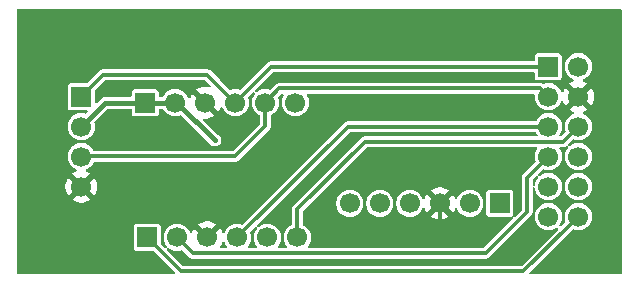
<source format=gbr>
%TF.GenerationSoftware,KiCad,Pcbnew,9.0.5*%
%TF.CreationDate,2025-11-06T16:03:36+09:00*%
%TF.ProjectId,________1,d6ecc3c9-dcfc-4c95-9f31-2e6b69636164,rev?*%
%TF.SameCoordinates,Original*%
%TF.FileFunction,Copper,L1,Top*%
%TF.FilePolarity,Positive*%
%FSLAX46Y46*%
G04 Gerber Fmt 4.6, Leading zero omitted, Abs format (unit mm)*
G04 Created by KiCad (PCBNEW 9.0.5) date 2025-11-06 16:03:36*
%MOMM*%
%LPD*%
G01*
G04 APERTURE LIST*
%TA.AperFunction,ComponentPad*%
%ADD10R,1.700000X1.700000*%
%TD*%
%TA.AperFunction,ComponentPad*%
%ADD11C,1.700000*%
%TD*%
%TA.AperFunction,ViaPad*%
%ADD12C,0.450000*%
%TD*%
%TA.AperFunction,Conductor*%
%ADD13C,0.400000*%
%TD*%
%TA.AperFunction,Conductor*%
%ADD14C,0.300000*%
%TD*%
G04 APERTURE END LIST*
D10*
%TO.P,J2,1,Pin_1*%
%TO.N,/3V3_AS0*%
X140065000Y-92820000D03*
D11*
%TO.P,J2,2,Pin_2*%
X142605000Y-92820000D03*
%TO.P,J2,3,Pin_3*%
%TO.N,/DC_GND*%
X145145000Y-92820000D03*
%TO.P,J2,4,Pin_4*%
%TO.N,/SCL_AS1*%
X147685000Y-92820000D03*
%TO.P,J2,5,Pin_5*%
%TO.N,/SDA_AS1*%
X150225000Y-92820000D03*
%TO.P,J2,6,Pin_6*%
%TO.N,unconnected-(J2-Pin_6-Pad6)*%
X152765000Y-92820000D03*
%TD*%
%TO.P,J1,4,Pin_4*%
%TO.N,/DC_GND*%
X134650000Y-99930000D03*
%TO.P,J1,3,Pin_3*%
%TO.N,/SDA_AS1*%
X134650000Y-97390000D03*
%TO.P,J1,2,Pin_2*%
%TO.N,/3V3_AS0*%
X134650000Y-94850000D03*
D10*
%TO.P,J1,1,Pin_1*%
%TO.N,/SCL_AS1*%
X134650000Y-92310000D03*
%TD*%
D11*
%TO.P,J3,6,Pin_6*%
%TO.N,/MISO_SD1*%
X152930000Y-104230000D03*
%TO.P,J3,5,Pin_5*%
%TO.N,/3V3_AS0*%
X150390000Y-104230000D03*
%TO.P,J3,4,Pin_4*%
%TO.N,/CLK_SD1*%
X147850000Y-104230000D03*
%TO.P,J3,3,Pin_3*%
%TO.N,/DC_GND*%
X145310000Y-104230000D03*
%TO.P,J3,2,Pin_2*%
%TO.N,/MOSI_SD1*%
X142770000Y-104230000D03*
D10*
%TO.P,J3,1,Pin_1*%
%TO.N,/CS_SD1*%
X140230000Y-104230000D03*
%TD*%
%TO.P,J5,1,Pin_1*%
%TO.N,/SCL_AS1*%
X174190000Y-89770000D03*
D11*
%TO.P,J5,2,Pin_2*%
%TO.N,unconnected-(J5-Pin_2-Pad2)*%
X176730000Y-89770000D03*
%TO.P,J5,3,Pin_3*%
%TO.N,/SDA_AS1*%
X174190000Y-92310000D03*
%TO.P,J5,4,Pin_4*%
%TO.N,/DC_GND*%
X176730000Y-92310000D03*
%TO.P,J5,5,Pin_5*%
%TO.N,/CLK_SD1*%
X174190000Y-94850000D03*
%TO.P,J5,6,Pin_6*%
%TO.N,/MISO_SD1*%
X176730000Y-94850000D03*
%TO.P,J5,7,Pin_7*%
%TO.N,/MOSI_SD1*%
X174190000Y-97390000D03*
%TO.P,J5,8,Pin_8*%
%TO.N,unconnected-(J5-Pin_8-Pad8)*%
X176730000Y-97390000D03*
%TO.P,J5,9,Pin_9*%
%TO.N,/SCL_AS0*%
X174190000Y-99930000D03*
%TO.P,J5,10,Pin_10*%
%TO.N,/SDA_AS0*%
X176730000Y-99930000D03*
%TO.P,J5,11,Pin_11*%
%TO.N,/3V3_AS0*%
X174190000Y-102470000D03*
%TO.P,J5,12,Pin_12*%
%TO.N,/CS_SD1*%
X176730000Y-102470000D03*
%TD*%
D10*
%TO.P,J4,1,Pin_1*%
%TO.N,/3V3_AS0*%
X170075000Y-101350000D03*
D11*
%TO.P,J4,2,Pin_2*%
X167535000Y-101350000D03*
%TO.P,J4,3,Pin_3*%
%TO.N,/DC_GND*%
X164995000Y-101350000D03*
%TO.P,J4,4,Pin_4*%
%TO.N,/SCL_AS0*%
X162455000Y-101350000D03*
%TO.P,J4,5,Pin_5*%
%TO.N,/SDA_AS0*%
X159915000Y-101350000D03*
%TO.P,J4,6,Pin_6*%
%TO.N,unconnected-(J4-Pin_6-Pad6)*%
X157375000Y-101350000D03*
%TD*%
D12*
%TO.N,/DC_GND*%
X174800000Y-86300000D03*
X165300000Y-86225000D03*
X142725000Y-85925000D03*
X154225000Y-86350000D03*
X179675000Y-103725000D03*
X179700000Y-99425000D03*
X179750000Y-95350000D03*
X179725000Y-91100000D03*
X179675000Y-86475000D03*
X169575000Y-86200000D03*
X160925000Y-86250000D03*
X147925000Y-86075000D03*
X138575000Y-85800000D03*
X164375000Y-89075000D03*
X157300000Y-89050000D03*
X150600000Y-89050000D03*
X145525000Y-89650000D03*
X140600000Y-89575000D03*
X136375000Y-89600000D03*
X172750000Y-89025000D03*
X177900000Y-88700000D03*
X175675000Y-88750000D03*
X177775000Y-90950000D03*
X175425000Y-91175000D03*
X177750000Y-93750000D03*
X175482500Y-93557500D03*
X177550000Y-96125000D03*
X177775000Y-98700000D03*
X177825000Y-101250000D03*
X175450000Y-101250000D03*
X173200000Y-101175000D03*
X169525000Y-99225000D03*
X164475000Y-99225000D03*
X167110000Y-99235000D03*
X171700000Y-99250000D03*
X162325000Y-99950000D03*
X170925000Y-96850000D03*
X172650000Y-97975000D03*
X159750000Y-98550000D03*
X157500000Y-98425000D03*
X160350000Y-99975000D03*
X165475000Y-96775000D03*
X162400000Y-97850000D03*
X158675000Y-100575000D03*
X158975000Y-96850000D03*
X155775000Y-100150000D03*
X155950000Y-101850000D03*
X153975000Y-101925000D03*
X156600000Y-96925000D03*
X155275000Y-98175000D03*
X153725000Y-99725000D03*
X152200000Y-101275000D03*
X150450000Y-102800000D03*
X169625000Y-95475000D03*
X165500000Y-95475000D03*
X161175000Y-95475000D03*
X157550000Y-95550000D03*
X172975000Y-95500000D03*
X177000000Y-107050000D03*
X174825000Y-105525000D03*
X180100000Y-107100000D03*
X176425000Y-103875000D03*
X173225000Y-107100000D03*
X174325000Y-103875000D03*
X172850000Y-103225000D03*
X171775000Y-103750000D03*
X173525000Y-104650000D03*
X170900000Y-104700000D03*
X172575000Y-105500000D03*
X169850000Y-105575000D03*
X171725000Y-106400000D03*
X167475000Y-106425000D03*
X163850000Y-106450000D03*
X160625000Y-106425000D03*
X157075000Y-106450000D03*
X153400000Y-106350000D03*
X149350000Y-106375000D03*
X145675000Y-106375000D03*
X167225000Y-102725000D03*
X170100000Y-103125000D03*
X168625000Y-102250000D03*
X167425000Y-104850000D03*
X165800000Y-103550000D03*
X162650000Y-103550000D03*
X161075000Y-104700000D03*
X159400000Y-103500000D03*
X157925000Y-104875000D03*
X156500000Y-103500000D03*
X154250000Y-103500000D03*
X154250000Y-104775000D03*
X170075000Y-90475000D03*
X167850000Y-91000000D03*
X165400000Y-90425000D03*
X162925000Y-90950000D03*
X160900000Y-90450000D03*
X158475000Y-90975000D03*
X156250000Y-90500000D03*
X153925000Y-90975000D03*
X151800000Y-90475000D03*
X150175000Y-91375000D03*
X172775000Y-90625000D03*
X173325000Y-93561000D03*
X171425000Y-92325000D03*
X169625000Y-94150000D03*
X167700000Y-92375000D03*
X165550000Y-94150000D03*
X163475000Y-92325000D03*
X161175000Y-94100000D03*
X158700000Y-92325000D03*
X149875000Y-98850000D03*
X152475000Y-96250000D03*
X150500000Y-95650000D03*
X153900000Y-93850000D03*
X154250000Y-96525000D03*
X152125000Y-98675000D03*
X156800000Y-94075000D03*
X154250000Y-92375000D03*
X151500000Y-93500000D03*
X149925000Y-101175000D03*
X148575000Y-97500000D03*
X147650000Y-94600000D03*
X146525000Y-95400000D03*
X148675000Y-95175000D03*
X147575000Y-96425000D03*
X148925000Y-93550000D03*
X145525000Y-94425000D03*
X146550000Y-93700000D03*
X147675000Y-91400000D03*
X144925000Y-91150000D03*
X143750000Y-91750000D03*
X141450000Y-91725000D03*
X138925000Y-91250000D03*
X137900000Y-92100000D03*
X136725000Y-91300000D03*
X136025000Y-92425000D03*
X141475000Y-93700000D03*
X139725000Y-94550000D03*
X141550000Y-94500000D03*
X143420000Y-94545000D03*
X145145000Y-96625000D03*
X144375000Y-95550000D03*
X143600000Y-96575000D03*
X141395000Y-96570000D03*
X142470000Y-95495000D03*
X139825000Y-96650000D03*
X140450000Y-95425000D03*
X137775000Y-96550000D03*
X138825000Y-95425000D03*
X136975000Y-95325000D03*
X137875000Y-94525000D03*
X138725000Y-93675000D03*
X136100000Y-94550000D03*
X135975000Y-96625000D03*
X137000000Y-93650000D03*
X135325000Y-96100000D03*
X136175000Y-105475000D03*
X137725000Y-104150000D03*
X138875000Y-105400000D03*
X142725000Y-105675000D03*
X140625000Y-105675000D03*
X136200000Y-102800000D03*
X139300000Y-102500000D03*
X142525000Y-102475000D03*
X145145000Y-102425000D03*
X146950000Y-101150000D03*
X143925000Y-101000000D03*
X141000000Y-100975000D03*
X137550000Y-100850000D03*
X136200000Y-99930000D03*
X139300000Y-99350000D03*
X142525000Y-99375000D03*
X145550000Y-99350000D03*
X143900000Y-98225000D03*
X141075000Y-98150000D03*
X137650000Y-98225000D03*
X135650000Y-98550000D03*
X141650000Y-103225000D03*
X143925000Y-103325000D03*
X146675000Y-103400000D03*
X148275000Y-102800000D03*
X148325000Y-99500000D03*
X146975000Y-98100000D03*
X164175000Y-104825000D03*
X168960000Y-97385000D03*
%TO.N,/3V3_AS0*%
X145950000Y-96000000D03*
%TD*%
D13*
%TO.N,/DC_GND*%
X167110000Y-99235000D02*
X164995000Y-101350000D01*
D14*
X164995000Y-104005000D02*
X164995000Y-101350000D01*
X164175000Y-104825000D02*
X164995000Y-104005000D01*
D13*
X168960000Y-97385000D02*
X167110000Y-99235000D01*
D14*
%TO.N,/MISO_SD1*%
X158650000Y-96125000D02*
X175455000Y-96125000D01*
X175455000Y-96125000D02*
X176730000Y-94850000D01*
X152930000Y-101845000D02*
X158650000Y-96125000D01*
X152930000Y-104230000D02*
X152930000Y-101845000D01*
%TO.N,/MOSI_SD1*%
X172400000Y-99180000D02*
X174190000Y-97390000D01*
X172400000Y-102050000D02*
X172400000Y-99180000D01*
X144115000Y-105575000D02*
X168875000Y-105575000D01*
X168875000Y-105575000D02*
X172400000Y-102050000D01*
X142770000Y-104230000D02*
X144115000Y-105575000D01*
%TO.N,/CS_SD1*%
X175975000Y-103225000D02*
X176730000Y-102470000D01*
X175950000Y-103225000D02*
X175975000Y-103225000D01*
X172075000Y-107100000D02*
X175950000Y-103225000D01*
X143100000Y-107100000D02*
X172075000Y-107100000D01*
X140230000Y-104230000D02*
X143100000Y-107100000D01*
D13*
%TO.N,/3V3_AS0*%
X142770000Y-92820000D02*
X142605000Y-92820000D01*
X145950000Y-96000000D02*
X142770000Y-92820000D01*
D14*
%TO.N,/SDA_AS1*%
X173499000Y-91619000D02*
X174190000Y-92310000D01*
X151426000Y-91619000D02*
X173499000Y-91619000D01*
X150225000Y-92820000D02*
X151426000Y-91619000D01*
%TO.N,/SCL_AS1*%
X150735000Y-89770000D02*
X174190000Y-89770000D01*
X147685000Y-92820000D02*
X150735000Y-89770000D01*
%TO.N,/CLK_SD1*%
X157230000Y-94850000D02*
X147850000Y-104230000D01*
X174190000Y-94850000D02*
X157230000Y-94850000D01*
D13*
%TO.N,/3V3_AS0*%
X140065000Y-92820000D02*
X142605000Y-92820000D01*
X136680000Y-92820000D02*
X140065000Y-92820000D01*
X134650000Y-94850000D02*
X136680000Y-92820000D01*
D14*
%TO.N,/SCL_AS1*%
X136510000Y-90450000D02*
X145315000Y-90450000D01*
X134650000Y-92310000D02*
X136510000Y-90450000D01*
X145315000Y-90450000D02*
X147685000Y-92820000D01*
%TO.N,/CS_SD1*%
X176710000Y-102470000D02*
X176730000Y-102470000D01*
%TO.N,/SDA_AS1*%
X150225000Y-94825000D02*
X150225000Y-92820000D01*
X147675000Y-97375000D02*
X150225000Y-94825000D01*
X134665000Y-97375000D02*
X147675000Y-97375000D01*
X134650000Y-97390000D02*
X134665000Y-97375000D01*
%TD*%
%TA.AperFunction,Conductor*%
%TO.N,/DC_GND*%
G36*
X180358691Y-84889407D02*
G01*
X180394655Y-84938907D01*
X180399500Y-84969500D01*
X180399500Y-107270500D01*
X180380593Y-107328691D01*
X180331093Y-107364655D01*
X180300500Y-107369500D01*
X172681611Y-107369500D01*
X172623420Y-107350593D01*
X172587456Y-107301093D01*
X172587456Y-107239907D01*
X172611607Y-107200496D01*
X173191599Y-106620504D01*
X176183251Y-103628850D01*
X176199226Y-103615899D01*
X176201448Y-103614451D01*
X176251614Y-103585489D01*
X176262237Y-103574865D01*
X176270899Y-103569225D01*
X176290936Y-103563828D01*
X176309424Y-103554406D01*
X176322195Y-103555410D01*
X176329979Y-103553314D01*
X176338893Y-103556723D01*
X176355512Y-103558029D01*
X176460591Y-103592171D01*
X176460592Y-103592171D01*
X176460595Y-103592172D01*
X176639451Y-103620500D01*
X176639454Y-103620500D01*
X176820549Y-103620500D01*
X176909977Y-103606335D01*
X176999409Y-103592171D01*
X177171639Y-103536211D01*
X177332994Y-103453996D01*
X177479501Y-103347553D01*
X177607553Y-103219501D01*
X177713996Y-103072994D01*
X177796211Y-102911639D01*
X177852171Y-102739409D01*
X177880500Y-102560546D01*
X177880500Y-102379454D01*
X177880500Y-102379450D01*
X177855861Y-102223887D01*
X177852171Y-102200591D01*
X177796211Y-102028361D01*
X177713996Y-101867006D01*
X177607553Y-101720499D01*
X177479501Y-101592447D01*
X177332994Y-101486004D01*
X177332993Y-101486003D01*
X177332991Y-101486002D01*
X177171637Y-101403788D01*
X176999406Y-101347828D01*
X176820549Y-101319500D01*
X176820546Y-101319500D01*
X176639454Y-101319500D01*
X176639451Y-101319500D01*
X176460593Y-101347828D01*
X176288362Y-101403788D01*
X176127008Y-101486002D01*
X176053752Y-101539225D01*
X175980499Y-101592447D01*
X175852447Y-101720499D01*
X175800761Y-101791639D01*
X175746002Y-101867008D01*
X175663788Y-102028362D01*
X175607828Y-102200593D01*
X175579500Y-102379450D01*
X175579500Y-102560549D01*
X175607828Y-102739408D01*
X175635837Y-102825614D01*
X175635836Y-102886799D01*
X175611686Y-102926209D01*
X175290576Y-103247319D01*
X175236059Y-103275096D01*
X175175627Y-103265525D01*
X175132362Y-103222260D01*
X175122791Y-103161828D01*
X175140478Y-103119127D01*
X175173996Y-103072994D01*
X175256211Y-102911639D01*
X175312171Y-102739409D01*
X175340500Y-102560546D01*
X175340500Y-102379454D01*
X175340500Y-102379450D01*
X175315861Y-102223887D01*
X175312171Y-102200591D01*
X175256211Y-102028361D01*
X175173996Y-101867006D01*
X175067553Y-101720499D01*
X174939501Y-101592447D01*
X174792994Y-101486004D01*
X174792993Y-101486003D01*
X174792991Y-101486002D01*
X174631637Y-101403788D01*
X174459406Y-101347828D01*
X174280549Y-101319500D01*
X174280546Y-101319500D01*
X174099454Y-101319500D01*
X174099451Y-101319500D01*
X173920593Y-101347828D01*
X173748362Y-101403788D01*
X173587008Y-101486002D01*
X173513752Y-101539225D01*
X173440499Y-101592447D01*
X173312447Y-101720499D01*
X173260761Y-101791639D01*
X173206002Y-101867008D01*
X173123788Y-102028362D01*
X173067828Y-102200593D01*
X173039500Y-102379450D01*
X173039500Y-102560549D01*
X173067828Y-102739406D01*
X173067829Y-102739408D01*
X173067829Y-102739409D01*
X173123789Y-102911639D01*
X173206004Y-103072994D01*
X173312447Y-103219501D01*
X173440499Y-103347553D01*
X173587006Y-103453996D01*
X173748361Y-103536211D01*
X173920591Y-103592171D01*
X173992136Y-103603502D01*
X174099451Y-103620500D01*
X174099454Y-103620500D01*
X174280549Y-103620500D01*
X174369977Y-103606335D01*
X174459409Y-103592171D01*
X174631639Y-103536211D01*
X174792994Y-103453996D01*
X174839126Y-103420478D01*
X174897313Y-103401572D01*
X174955505Y-103420478D01*
X174991469Y-103469978D01*
X174991470Y-103531163D01*
X174967319Y-103570576D01*
X171917393Y-106620504D01*
X171862876Y-106648281D01*
X171847389Y-106649500D01*
X143327611Y-106649500D01*
X143269420Y-106630593D01*
X143257607Y-106620504D01*
X141901255Y-105264152D01*
X141873478Y-105209635D01*
X141883049Y-105149203D01*
X141926314Y-105105938D01*
X141986746Y-105096367D01*
X142029446Y-105114053D01*
X142167006Y-105213996D01*
X142328361Y-105296211D01*
X142500591Y-105352171D01*
X142572136Y-105363502D01*
X142679451Y-105380500D01*
X142679454Y-105380500D01*
X142860549Y-105380500D01*
X143039410Y-105352171D01*
X143100859Y-105332205D01*
X143144482Y-105318030D01*
X143205667Y-105318030D01*
X143245076Y-105342179D01*
X143838386Y-105935489D01*
X143838388Y-105935490D01*
X143838390Y-105935492D01*
X143941107Y-105994796D01*
X143941109Y-105994797D01*
X143941113Y-105994799D01*
X143965322Y-106001284D01*
X143965325Y-106001287D01*
X143965326Y-106001286D01*
X144055688Y-106025499D01*
X144055690Y-106025500D01*
X144055691Y-106025500D01*
X168934309Y-106025500D01*
X169024669Y-106001287D01*
X169024672Y-106001287D01*
X169037903Y-105997741D01*
X169048887Y-105994799D01*
X169151614Y-105935489D01*
X172760490Y-102326614D01*
X172819799Y-102223887D01*
X172827971Y-102193386D01*
X172850500Y-102109309D01*
X172850500Y-100085163D01*
X172869407Y-100026972D01*
X172918907Y-99991008D01*
X172980093Y-99991008D01*
X173029593Y-100026972D01*
X173047281Y-100069676D01*
X173067828Y-100199406D01*
X173123788Y-100371637D01*
X173175154Y-100472449D01*
X173206004Y-100532994D01*
X173312447Y-100679501D01*
X173440499Y-100807553D01*
X173587006Y-100913996D01*
X173748361Y-100996211D01*
X173920591Y-101052171D01*
X173992136Y-101063502D01*
X174099451Y-101080500D01*
X174099454Y-101080500D01*
X174280549Y-101080500D01*
X174369977Y-101066335D01*
X174459409Y-101052171D01*
X174631639Y-100996211D01*
X174792994Y-100913996D01*
X174939501Y-100807553D01*
X175067553Y-100679501D01*
X175173996Y-100532994D01*
X175256211Y-100371639D01*
X175312171Y-100199409D01*
X175338013Y-100036250D01*
X175340500Y-100020549D01*
X175340500Y-99839450D01*
X175579500Y-99839450D01*
X175579500Y-100020549D01*
X175607828Y-100199406D01*
X175663788Y-100371637D01*
X175715154Y-100472449D01*
X175746004Y-100532994D01*
X175852447Y-100679501D01*
X175980499Y-100807553D01*
X176127006Y-100913996D01*
X176288361Y-100996211D01*
X176460591Y-101052171D01*
X176532136Y-101063502D01*
X176639451Y-101080500D01*
X176639454Y-101080500D01*
X176820549Y-101080500D01*
X176909977Y-101066335D01*
X176999409Y-101052171D01*
X177171639Y-100996211D01*
X177332994Y-100913996D01*
X177479501Y-100807553D01*
X177607553Y-100679501D01*
X177713996Y-100532994D01*
X177796211Y-100371639D01*
X177852171Y-100199409D01*
X177878013Y-100036250D01*
X177880500Y-100020549D01*
X177880500Y-99839450D01*
X177852171Y-99660593D01*
X177852171Y-99660591D01*
X177796211Y-99488361D01*
X177713996Y-99327006D01*
X177607553Y-99180499D01*
X177479501Y-99052447D01*
X177332994Y-98946004D01*
X177332993Y-98946003D01*
X177332991Y-98946002D01*
X177171637Y-98863788D01*
X176999406Y-98807828D01*
X176820549Y-98779500D01*
X176820546Y-98779500D01*
X176639454Y-98779500D01*
X176639451Y-98779500D01*
X176460593Y-98807828D01*
X176288362Y-98863788D01*
X176127008Y-98946002D01*
X176057578Y-98996446D01*
X175980499Y-99052447D01*
X175852447Y-99180499D01*
X175845946Y-99189447D01*
X175746002Y-99327008D01*
X175663788Y-99488362D01*
X175607828Y-99660593D01*
X175579500Y-99839450D01*
X175340500Y-99839450D01*
X175312171Y-99660593D01*
X175312171Y-99660591D01*
X175256211Y-99488361D01*
X175173996Y-99327006D01*
X175067553Y-99180499D01*
X174939501Y-99052447D01*
X174792994Y-98946004D01*
X174792993Y-98946003D01*
X174792991Y-98946002D01*
X174631637Y-98863788D01*
X174459406Y-98807828D01*
X174280549Y-98779500D01*
X174280546Y-98779500D01*
X174099454Y-98779500D01*
X174099451Y-98779500D01*
X173920593Y-98807828D01*
X173748362Y-98863788D01*
X173587008Y-98946002D01*
X173530922Y-98986750D01*
X173449446Y-99045946D01*
X173391257Y-99064853D01*
X173333066Y-99045946D01*
X173297102Y-98996446D01*
X173297102Y-98935260D01*
X173321253Y-98895850D01*
X173714920Y-98502182D01*
X173769437Y-98474404D01*
X173815512Y-98478029D01*
X173920591Y-98512171D01*
X173920592Y-98512171D01*
X173920595Y-98512172D01*
X174099451Y-98540500D01*
X174099454Y-98540500D01*
X174280549Y-98540500D01*
X174369977Y-98526335D01*
X174459409Y-98512171D01*
X174631639Y-98456211D01*
X174792994Y-98373996D01*
X174939501Y-98267553D01*
X175067553Y-98139501D01*
X175173996Y-97992994D01*
X175256211Y-97831639D01*
X175312171Y-97659409D01*
X175340500Y-97480546D01*
X175340500Y-97299454D01*
X175340500Y-97299450D01*
X175312171Y-97120593D01*
X175312171Y-97120591D01*
X175256211Y-96948361D01*
X175173996Y-96787006D01*
X175134533Y-96732690D01*
X175115626Y-96674500D01*
X175134533Y-96616310D01*
X175184033Y-96580346D01*
X175214626Y-96575500D01*
X175514309Y-96575500D01*
X175604673Y-96551286D01*
X175628887Y-96544799D01*
X175731614Y-96485489D01*
X175732200Y-96484902D01*
X175738078Y-96481949D01*
X175765615Y-96477744D01*
X175792879Y-96471949D01*
X175795609Y-96473164D01*
X175798562Y-96472714D01*
X175823309Y-96485497D01*
X175848775Y-96496835D01*
X175850269Y-96499423D01*
X175852923Y-96500794D01*
X175865432Y-96525685D01*
X175879368Y-96549823D01*
X175879055Y-96552794D01*
X175880397Y-96555464D01*
X175875884Y-96582959D01*
X175872972Y-96610673D01*
X175870824Y-96613798D01*
X175870489Y-96615842D01*
X175867154Y-96619139D01*
X175854685Y-96637286D01*
X175854978Y-96637536D01*
X175852600Y-96640319D01*
X175852547Y-96640398D01*
X175852457Y-96640487D01*
X175852451Y-96640494D01*
X175746002Y-96787008D01*
X175663788Y-96948362D01*
X175607828Y-97120593D01*
X175579500Y-97299450D01*
X175579500Y-97480549D01*
X175607828Y-97659406D01*
X175663788Y-97831637D01*
X175688203Y-97879555D01*
X175746004Y-97992994D01*
X175852447Y-98139501D01*
X175980499Y-98267553D01*
X176127006Y-98373996D01*
X176288361Y-98456211D01*
X176460591Y-98512171D01*
X176532136Y-98523502D01*
X176639451Y-98540500D01*
X176639454Y-98540500D01*
X176820549Y-98540500D01*
X176909977Y-98526335D01*
X176999409Y-98512171D01*
X177171639Y-98456211D01*
X177332994Y-98373996D01*
X177479501Y-98267553D01*
X177607553Y-98139501D01*
X177713996Y-97992994D01*
X177796211Y-97831639D01*
X177852171Y-97659409D01*
X177880500Y-97480546D01*
X177880500Y-97299454D01*
X177880500Y-97299450D01*
X177852171Y-97120593D01*
X177852171Y-97120591D01*
X177796211Y-96948361D01*
X177713996Y-96787006D01*
X177607553Y-96640499D01*
X177479501Y-96512447D01*
X177332994Y-96406004D01*
X177332993Y-96406003D01*
X177332991Y-96406002D01*
X177171637Y-96323788D01*
X176999406Y-96267828D01*
X176820549Y-96239500D01*
X176820546Y-96239500D01*
X176639454Y-96239500D01*
X176639451Y-96239500D01*
X176460593Y-96267828D01*
X176288362Y-96323788D01*
X176127008Y-96406002D01*
X176057578Y-96456446D01*
X176001988Y-96496835D01*
X175989446Y-96505947D01*
X175931255Y-96524854D01*
X175873064Y-96505947D01*
X175837100Y-96456446D01*
X175837100Y-96395261D01*
X175861248Y-96355854D01*
X176254922Y-95962179D01*
X176309437Y-95934404D01*
X176355512Y-95938029D01*
X176460591Y-95972171D01*
X176460592Y-95972171D01*
X176460595Y-95972172D01*
X176639451Y-96000500D01*
X176639454Y-96000500D01*
X176820549Y-96000500D01*
X176909977Y-95986335D01*
X176999409Y-95972171D01*
X177171639Y-95916211D01*
X177332994Y-95833996D01*
X177479501Y-95727553D01*
X177607553Y-95599501D01*
X177713996Y-95452994D01*
X177796211Y-95291639D01*
X177852171Y-95119409D01*
X177871260Y-94998886D01*
X177880500Y-94940549D01*
X177880500Y-94759450D01*
X177854831Y-94597388D01*
X177852171Y-94580591D01*
X177796211Y-94408361D01*
X177713996Y-94247006D01*
X177607553Y-94100499D01*
X177479501Y-93972447D01*
X177332994Y-93866004D01*
X177332993Y-93866003D01*
X177332991Y-93866002D01*
X177171637Y-93783788D01*
X177157013Y-93779036D01*
X177107514Y-93743071D01*
X177088608Y-93684880D01*
X177107517Y-93626689D01*
X177157016Y-93590727D01*
X177248213Y-93561096D01*
X177437556Y-93464620D01*
X177491716Y-93425270D01*
X176859408Y-92792962D01*
X176922993Y-92775925D01*
X177037007Y-92710099D01*
X177130099Y-92617007D01*
X177195925Y-92502993D01*
X177212962Y-92439408D01*
X177845270Y-93071716D01*
X177884620Y-93017556D01*
X177981095Y-92828215D01*
X178046759Y-92626121D01*
X178080000Y-92416250D01*
X178080000Y-92203749D01*
X178046759Y-91993878D01*
X177981095Y-91791784D01*
X177884623Y-91602446D01*
X177884619Y-91602440D01*
X177845270Y-91548282D01*
X177845269Y-91548282D01*
X177212962Y-92180589D01*
X177195925Y-92117007D01*
X177130099Y-92002993D01*
X177037007Y-91909901D01*
X176922993Y-91844075D01*
X176859407Y-91827037D01*
X177491716Y-91194729D01*
X177491716Y-91194728D01*
X177437559Y-91155380D01*
X177437553Y-91155376D01*
X177248215Y-91058904D01*
X177157015Y-91029272D01*
X177107515Y-90993308D01*
X177088608Y-90935117D01*
X177107515Y-90876926D01*
X177157013Y-90840962D01*
X177157017Y-90840962D01*
X177157018Y-90840962D01*
X177171633Y-90836213D01*
X177171633Y-90836212D01*
X177171639Y-90836211D01*
X177332994Y-90753996D01*
X177479501Y-90647553D01*
X177607553Y-90519501D01*
X177713996Y-90372994D01*
X177796211Y-90211639D01*
X177852171Y-90039409D01*
X177880500Y-89860546D01*
X177880500Y-89679454D01*
X177880500Y-89679450D01*
X177852171Y-89500593D01*
X177852171Y-89500591D01*
X177796211Y-89328361D01*
X177713996Y-89167006D01*
X177607553Y-89020499D01*
X177479501Y-88892447D01*
X177332994Y-88786004D01*
X177332993Y-88786003D01*
X177332991Y-88786002D01*
X177171637Y-88703788D01*
X176999406Y-88647828D01*
X176820549Y-88619500D01*
X176820546Y-88619500D01*
X176639454Y-88619500D01*
X176639451Y-88619500D01*
X176460593Y-88647828D01*
X176288362Y-88703788D01*
X176127008Y-88786002D01*
X176053752Y-88839225D01*
X175980499Y-88892447D01*
X175852447Y-89020499D01*
X175799225Y-89093752D01*
X175746002Y-89167008D01*
X175663788Y-89328362D01*
X175607828Y-89500593D01*
X175579500Y-89679450D01*
X175579500Y-89860549D01*
X175607828Y-90039406D01*
X175624106Y-90089507D01*
X175663789Y-90211639D01*
X175746004Y-90372994D01*
X175852447Y-90519501D01*
X175980499Y-90647553D01*
X176127006Y-90753996D01*
X176288361Y-90836211D01*
X176299483Y-90839824D01*
X176302983Y-90840962D01*
X176352483Y-90876926D01*
X176371391Y-90935116D01*
X176352484Y-90993307D01*
X176302985Y-91029271D01*
X176302984Y-91029272D01*
X176211784Y-91058904D01*
X176022446Y-91155376D01*
X176022442Y-91155378D01*
X175968282Y-91194728D01*
X176600591Y-91827037D01*
X176537007Y-91844075D01*
X176422993Y-91909901D01*
X176329901Y-92002993D01*
X176264075Y-92117007D01*
X176247037Y-92180591D01*
X175614728Y-91548282D01*
X175575378Y-91602442D01*
X175575376Y-91602446D01*
X175478904Y-91791784D01*
X175449272Y-91882984D01*
X175413308Y-91932484D01*
X175355117Y-91951391D01*
X175296926Y-91932484D01*
X175260962Y-91882984D01*
X175260962Y-91882983D01*
X175256211Y-91868362D01*
X175256211Y-91868361D01*
X175173996Y-91707006D01*
X175067553Y-91560499D01*
X174939501Y-91432447D01*
X174792994Y-91326004D01*
X174792993Y-91326003D01*
X174792991Y-91326002D01*
X174631637Y-91243788D01*
X174459406Y-91187828D01*
X174280549Y-91159500D01*
X174280546Y-91159500D01*
X174099454Y-91159500D01*
X174099451Y-91159500D01*
X173920591Y-91187828D01*
X173791401Y-91229803D01*
X173787339Y-91229802D01*
X173783874Y-91231924D01*
X173769269Y-91229802D01*
X173730216Y-91229802D01*
X173722880Y-91227094D01*
X173716909Y-91224617D01*
X173672887Y-91199201D01*
X173630445Y-91187829D01*
X173624154Y-91186143D01*
X173624151Y-91186142D01*
X173581020Y-91174585D01*
X173558309Y-91168500D01*
X151366691Y-91168500D01*
X151252114Y-91199201D01*
X151252112Y-91199201D01*
X151252109Y-91199203D01*
X151237230Y-91207794D01*
X151237229Y-91207793D01*
X151149386Y-91258510D01*
X150700077Y-91707817D01*
X150645561Y-91735594D01*
X150599482Y-91731968D01*
X150494406Y-91697828D01*
X150315549Y-91669500D01*
X150315546Y-91669500D01*
X150134454Y-91669500D01*
X150134451Y-91669500D01*
X149955593Y-91697828D01*
X149783362Y-91753788D01*
X149622006Y-91836003D01*
X149622002Y-91836005D01*
X149484446Y-91935946D01*
X149426256Y-91954853D01*
X149368065Y-91935945D01*
X149332101Y-91886445D01*
X149332102Y-91825260D01*
X149356249Y-91785852D01*
X150892607Y-90249496D01*
X150947124Y-90221719D01*
X150962611Y-90220500D01*
X172940501Y-90220500D01*
X172998692Y-90239407D01*
X173034656Y-90288907D01*
X173039501Y-90319500D01*
X173039501Y-90664863D01*
X173042414Y-90689990D01*
X173067756Y-90747385D01*
X173087794Y-90792765D01*
X173167235Y-90872206D01*
X173270009Y-90917585D01*
X173295135Y-90920500D01*
X175084864Y-90920499D01*
X175109991Y-90917585D01*
X175212765Y-90872206D01*
X175292206Y-90792765D01*
X175337585Y-90689991D01*
X175340500Y-90664865D01*
X175340499Y-88875136D01*
X175337585Y-88850009D01*
X175292206Y-88747235D01*
X175212765Y-88667794D01*
X175109991Y-88622415D01*
X175109990Y-88622414D01*
X175109988Y-88622414D01*
X175084868Y-88619500D01*
X173295139Y-88619500D01*
X173295136Y-88619501D01*
X173270009Y-88622414D01*
X173167235Y-88667794D01*
X173087794Y-88747235D01*
X173042414Y-88850011D01*
X173039500Y-88875130D01*
X173039500Y-89220500D01*
X173020593Y-89278691D01*
X172971093Y-89314655D01*
X172940500Y-89319500D01*
X150675691Y-89319500D01*
X150618402Y-89334850D01*
X150561112Y-89350201D01*
X150517696Y-89375266D01*
X150517697Y-89375267D01*
X150458388Y-89409509D01*
X148160078Y-91707817D01*
X148105561Y-91735594D01*
X148059482Y-91731968D01*
X147954406Y-91697828D01*
X147775549Y-91669500D01*
X147775546Y-91669500D01*
X147594454Y-91669500D01*
X147594451Y-91669500D01*
X147415598Y-91697827D01*
X147415587Y-91697829D01*
X147310515Y-91731968D01*
X147249330Y-91731967D01*
X147209920Y-91707817D01*
X146402603Y-90900500D01*
X145591614Y-90089511D01*
X145591611Y-90089509D01*
X145591610Y-90089508D01*
X145591609Y-90089507D01*
X145488890Y-90030202D01*
X145488886Y-90030200D01*
X145464673Y-90023712D01*
X145464673Y-90023713D01*
X145374309Y-89999500D01*
X136450691Y-89999500D01*
X136405508Y-90011606D01*
X136360325Y-90023713D01*
X136360324Y-90023712D01*
X136336112Y-90030201D01*
X136336109Y-90030202D01*
X136233390Y-90089507D01*
X136233389Y-90089508D01*
X135192392Y-91130504D01*
X135137875Y-91158281D01*
X135122388Y-91159500D01*
X133755139Y-91159500D01*
X133755136Y-91159501D01*
X133730009Y-91162414D01*
X133627235Y-91207794D01*
X133547794Y-91287235D01*
X133502414Y-91390011D01*
X133499500Y-91415130D01*
X133499500Y-93204860D01*
X133499501Y-93204863D01*
X133502414Y-93229990D01*
X133509931Y-93247013D01*
X133547794Y-93332765D01*
X133627235Y-93412206D01*
X133730009Y-93457585D01*
X133755135Y-93460500D01*
X135092677Y-93460499D01*
X135150868Y-93479406D01*
X135186832Y-93528906D01*
X135186832Y-93590092D01*
X135162681Y-93629503D01*
X135071708Y-93720476D01*
X135017191Y-93748253D01*
X134971113Y-93744627D01*
X134919409Y-93727828D01*
X134740549Y-93699500D01*
X134740546Y-93699500D01*
X134559454Y-93699500D01*
X134559451Y-93699500D01*
X134380593Y-93727828D01*
X134208362Y-93783788D01*
X134047008Y-93866002D01*
X134003768Y-93897418D01*
X133900499Y-93972447D01*
X133772447Y-94100499D01*
X133746103Y-94136759D01*
X133666002Y-94247008D01*
X133583788Y-94408362D01*
X133527828Y-94580593D01*
X133499500Y-94759450D01*
X133499500Y-94940549D01*
X133527828Y-95119406D01*
X133583788Y-95291637D01*
X133615846Y-95354555D01*
X133666004Y-95452994D01*
X133772447Y-95599501D01*
X133900499Y-95727553D01*
X134047006Y-95833996D01*
X134208361Y-95916211D01*
X134380591Y-95972171D01*
X134452136Y-95983502D01*
X134559451Y-96000500D01*
X134559454Y-96000500D01*
X134740549Y-96000500D01*
X134829977Y-95986335D01*
X134919409Y-95972171D01*
X135091639Y-95916211D01*
X135252994Y-95833996D01*
X135399501Y-95727553D01*
X135527553Y-95599501D01*
X135633996Y-95452994D01*
X135716211Y-95291639D01*
X135772171Y-95119409D01*
X135791260Y-94998886D01*
X135800500Y-94940549D01*
X135800500Y-94759450D01*
X135772172Y-94580595D01*
X135755371Y-94528887D01*
X135755371Y-94467702D01*
X135779520Y-94428292D01*
X136858318Y-93349496D01*
X136912835Y-93321719D01*
X136928322Y-93320500D01*
X138815501Y-93320500D01*
X138873692Y-93339407D01*
X138909656Y-93388907D01*
X138914501Y-93419500D01*
X138914501Y-93714863D01*
X138917414Y-93739990D01*
X138934655Y-93779036D01*
X138962794Y-93842765D01*
X139042235Y-93922206D01*
X139145009Y-93967585D01*
X139170135Y-93970500D01*
X140959864Y-93970499D01*
X140984991Y-93967585D01*
X141087765Y-93922206D01*
X141167206Y-93842765D01*
X141212585Y-93739991D01*
X141215500Y-93714865D01*
X141215500Y-93419500D01*
X141220345Y-93404588D01*
X141220345Y-93388907D01*
X141229561Y-93376221D01*
X141234407Y-93361309D01*
X141247092Y-93352092D01*
X141256309Y-93339407D01*
X141271221Y-93334561D01*
X141283907Y-93325345D01*
X141314500Y-93320500D01*
X141508113Y-93320500D01*
X141566304Y-93339407D01*
X141596323Y-93374555D01*
X141619223Y-93419500D01*
X141621004Y-93422994D01*
X141727447Y-93569501D01*
X141855499Y-93697553D01*
X142002006Y-93803996D01*
X142163361Y-93886211D01*
X142335591Y-93942171D01*
X142407136Y-93953502D01*
X142514451Y-93970500D01*
X142514454Y-93970500D01*
X142695549Y-93970500D01*
X142784977Y-93956335D01*
X142874409Y-93942171D01*
X143046639Y-93886211D01*
X143046638Y-93886211D01*
X143050339Y-93885009D01*
X143050997Y-93887034D01*
X143104083Y-93882719D01*
X143151225Y-93909039D01*
X145471982Y-96229796D01*
X145487714Y-96250299D01*
X145497835Y-96267828D01*
X145529495Y-96322665D01*
X145627335Y-96420505D01*
X145747164Y-96489688D01*
X145880817Y-96525500D01*
X145880819Y-96525500D01*
X146019181Y-96525500D01*
X146019183Y-96525500D01*
X146152836Y-96489688D01*
X146272665Y-96420505D01*
X146370505Y-96322665D01*
X146439688Y-96202836D01*
X146475500Y-96069183D01*
X146475500Y-95930817D01*
X146439688Y-95797164D01*
X146370505Y-95677335D01*
X146272665Y-95579495D01*
X146212757Y-95544907D01*
X146200299Y-95537714D01*
X146179796Y-95521982D01*
X144996818Y-94339004D01*
X144969041Y-94284487D01*
X144978612Y-94224055D01*
X145021877Y-94180790D01*
X145066822Y-94170000D01*
X145251250Y-94170000D01*
X145461121Y-94136759D01*
X145663215Y-94071095D01*
X145852556Y-93974620D01*
X145906716Y-93935270D01*
X145274408Y-93302962D01*
X145337993Y-93285925D01*
X145452007Y-93220099D01*
X145545099Y-93127007D01*
X145610925Y-93012993D01*
X145627962Y-92949408D01*
X146260270Y-93581716D01*
X146299620Y-93527556D01*
X146396096Y-93338213D01*
X146425727Y-93247016D01*
X146461690Y-93197516D01*
X146519881Y-93178608D01*
X146578072Y-93197515D01*
X146614036Y-93247013D01*
X146618788Y-93261637D01*
X146699223Y-93419500D01*
X146701004Y-93422994D01*
X146807447Y-93569501D01*
X146935499Y-93697553D01*
X147082006Y-93803996D01*
X147243361Y-93886211D01*
X147415591Y-93942171D01*
X147487136Y-93953502D01*
X147594451Y-93970500D01*
X147594454Y-93970500D01*
X147775549Y-93970500D01*
X147864977Y-93956335D01*
X147954409Y-93942171D01*
X148126639Y-93886211D01*
X148287994Y-93803996D01*
X148434501Y-93697553D01*
X148562553Y-93569501D01*
X148668996Y-93422994D01*
X148751211Y-93261639D01*
X148807171Y-93089409D01*
X148822649Y-92991686D01*
X148835500Y-92910549D01*
X148835500Y-92729450D01*
X148807172Y-92550595D01*
X148807171Y-92550591D01*
X148773030Y-92445513D01*
X148773030Y-92384331D01*
X148797182Y-92344920D01*
X149190851Y-91951252D01*
X149245367Y-91923475D01*
X149305799Y-91933046D01*
X149349064Y-91976311D01*
X149358635Y-92036743D01*
X149340948Y-92079443D01*
X149282008Y-92160569D01*
X149241002Y-92217008D01*
X149158788Y-92378362D01*
X149102828Y-92550593D01*
X149074500Y-92729450D01*
X149074500Y-92910549D01*
X149102828Y-93089406D01*
X149158788Y-93261637D01*
X149239223Y-93419500D01*
X149241004Y-93422994D01*
X149347447Y-93569501D01*
X149475499Y-93697553D01*
X149622006Y-93803996D01*
X149720445Y-93854153D01*
X149763710Y-93897418D01*
X149774500Y-93942363D01*
X149774500Y-94597388D01*
X149755593Y-94655579D01*
X149745504Y-94667392D01*
X147517393Y-96895504D01*
X147462876Y-96923281D01*
X147447389Y-96924500D01*
X135764720Y-96924500D01*
X135706529Y-96905593D01*
X135676510Y-96870445D01*
X135633997Y-96787008D01*
X135633996Y-96787006D01*
X135527553Y-96640499D01*
X135399501Y-96512447D01*
X135252994Y-96406004D01*
X135252993Y-96406003D01*
X135252991Y-96406002D01*
X135091637Y-96323788D01*
X134919406Y-96267828D01*
X134740549Y-96239500D01*
X134740546Y-96239500D01*
X134559454Y-96239500D01*
X134559451Y-96239500D01*
X134380593Y-96267828D01*
X134208362Y-96323788D01*
X134047008Y-96406002D01*
X133977578Y-96456446D01*
X133900499Y-96512447D01*
X133772447Y-96640499D01*
X133747744Y-96674500D01*
X133666002Y-96787008D01*
X133583788Y-96948362D01*
X133527828Y-97120593D01*
X133499500Y-97299450D01*
X133499500Y-97480549D01*
X133527828Y-97659406D01*
X133583788Y-97831637D01*
X133608203Y-97879555D01*
X133666004Y-97992994D01*
X133772447Y-98139501D01*
X133900499Y-98267553D01*
X134047006Y-98373996D01*
X134208361Y-98456211D01*
X134217819Y-98459284D01*
X134222983Y-98460962D01*
X134272483Y-98496926D01*
X134291391Y-98555116D01*
X134272484Y-98613307D01*
X134222985Y-98649271D01*
X134222984Y-98649272D01*
X134131784Y-98678904D01*
X133942446Y-98775376D01*
X133942442Y-98775378D01*
X133888282Y-98814728D01*
X134520591Y-99447037D01*
X134457007Y-99464075D01*
X134342993Y-99529901D01*
X134249901Y-99622993D01*
X134184075Y-99737007D01*
X134167037Y-99800591D01*
X133534728Y-99168282D01*
X133495378Y-99222442D01*
X133495376Y-99222446D01*
X133398904Y-99411784D01*
X133333240Y-99613878D01*
X133300000Y-99823749D01*
X133300000Y-100036250D01*
X133333240Y-100246121D01*
X133398904Y-100448215D01*
X133495376Y-100637553D01*
X133495380Y-100637559D01*
X133534728Y-100691716D01*
X133534729Y-100691716D01*
X134167037Y-100059407D01*
X134184075Y-100122993D01*
X134249901Y-100237007D01*
X134342993Y-100330099D01*
X134457007Y-100395925D01*
X134520589Y-100412962D01*
X133888282Y-101045269D01*
X133888282Y-101045270D01*
X133942440Y-101084619D01*
X133942446Y-101084623D01*
X134131784Y-101181095D01*
X134333878Y-101246759D01*
X134543750Y-101280000D01*
X134756250Y-101280000D01*
X134966121Y-101246759D01*
X135168215Y-101181095D01*
X135357556Y-101084620D01*
X135411716Y-101045270D01*
X134779408Y-100412962D01*
X134842993Y-100395925D01*
X134957007Y-100330099D01*
X135050099Y-100237007D01*
X135115925Y-100122993D01*
X135132962Y-100059408D01*
X135765270Y-100691716D01*
X135804620Y-100637556D01*
X135901095Y-100448215D01*
X135966759Y-100246121D01*
X136000000Y-100036250D01*
X136000000Y-99823749D01*
X135966759Y-99613878D01*
X135901095Y-99411784D01*
X135804623Y-99222446D01*
X135804619Y-99222440D01*
X135765270Y-99168282D01*
X135765269Y-99168282D01*
X135132962Y-99800589D01*
X135115925Y-99737007D01*
X135050099Y-99622993D01*
X134957007Y-99529901D01*
X134842993Y-99464075D01*
X134779407Y-99447037D01*
X135411716Y-98814729D01*
X135411716Y-98814728D01*
X135357559Y-98775380D01*
X135357553Y-98775376D01*
X135168215Y-98678904D01*
X135077015Y-98649272D01*
X135027515Y-98613308D01*
X135008608Y-98555117D01*
X135027515Y-98496926D01*
X135077013Y-98460962D01*
X135077017Y-98460962D01*
X135077018Y-98460962D01*
X135091633Y-98456213D01*
X135091633Y-98456212D01*
X135091639Y-98456211D01*
X135252994Y-98373996D01*
X135399501Y-98267553D01*
X135527553Y-98139501D01*
X135633996Y-97992994D01*
X135691796Y-97879554D01*
X135735061Y-97836290D01*
X135780006Y-97825500D01*
X147734309Y-97825500D01*
X147824669Y-97801287D01*
X147824672Y-97801287D01*
X147837903Y-97797741D01*
X147848887Y-97794799D01*
X147951614Y-97735489D01*
X150585490Y-95101614D01*
X150644799Y-94998886D01*
X150667037Y-94915892D01*
X150675500Y-94884309D01*
X150675500Y-93942363D01*
X150694407Y-93884172D01*
X150729553Y-93854154D01*
X150827994Y-93803996D01*
X150974501Y-93697553D01*
X151102553Y-93569501D01*
X151208996Y-93422994D01*
X151291211Y-93261639D01*
X151347171Y-93089409D01*
X151362649Y-92991686D01*
X151375500Y-92910549D01*
X151375500Y-92729450D01*
X151347172Y-92550595D01*
X151347171Y-92550591D01*
X151313030Y-92445513D01*
X151313030Y-92384330D01*
X151337180Y-92344921D01*
X151583607Y-92098496D01*
X151590723Y-92094870D01*
X151595419Y-92088407D01*
X151617468Y-92081242D01*
X151638123Y-92070719D01*
X151653610Y-92069500D01*
X151694618Y-92069500D01*
X151752809Y-92088407D01*
X151788773Y-92137907D01*
X151788773Y-92199093D01*
X151782249Y-92213274D01*
X151782770Y-92213540D01*
X151698788Y-92378362D01*
X151642828Y-92550593D01*
X151614500Y-92729450D01*
X151614500Y-92910549D01*
X151642828Y-93089406D01*
X151698788Y-93261637D01*
X151779223Y-93419500D01*
X151781004Y-93422994D01*
X151887447Y-93569501D01*
X152015499Y-93697553D01*
X152162006Y-93803996D01*
X152323361Y-93886211D01*
X152495591Y-93942171D01*
X152567136Y-93953502D01*
X152674451Y-93970500D01*
X152674454Y-93970500D01*
X152855549Y-93970500D01*
X152944977Y-93956335D01*
X153034409Y-93942171D01*
X153206639Y-93886211D01*
X153367994Y-93803996D01*
X153514501Y-93697553D01*
X153642553Y-93569501D01*
X153748996Y-93422994D01*
X153831211Y-93261639D01*
X153887171Y-93089409D01*
X153902649Y-92991686D01*
X153915500Y-92910549D01*
X153915500Y-92729450D01*
X153891735Y-92579406D01*
X153887171Y-92550591D01*
X153831211Y-92378361D01*
X153748996Y-92217006D01*
X153747230Y-92213540D01*
X153749097Y-92212588D01*
X153736700Y-92160569D01*
X153760208Y-92104080D01*
X153812430Y-92072197D01*
X153835382Y-92069500D01*
X172947336Y-92069500D01*
X173005527Y-92088407D01*
X173041491Y-92137907D01*
X173045117Y-92183987D01*
X173039500Y-92219450D01*
X173039500Y-92400549D01*
X173067828Y-92579406D01*
X173123788Y-92751637D01*
X173204756Y-92910546D01*
X173206004Y-92912994D01*
X173312447Y-93059501D01*
X173440499Y-93187553D01*
X173587006Y-93293996D01*
X173748361Y-93376211D01*
X173920591Y-93432171D01*
X173992136Y-93443502D01*
X174099451Y-93460500D01*
X174099454Y-93460500D01*
X174280549Y-93460500D01*
X174369977Y-93446335D01*
X174459409Y-93432171D01*
X174631639Y-93376211D01*
X174792994Y-93293996D01*
X174939501Y-93187553D01*
X175067553Y-93059501D01*
X175173996Y-92912994D01*
X175256211Y-92751639D01*
X175260962Y-92737018D01*
X175296924Y-92687517D01*
X175355115Y-92668608D01*
X175413306Y-92687514D01*
X175449271Y-92737013D01*
X175449272Y-92737015D01*
X175478904Y-92828215D01*
X175575376Y-93017553D01*
X175575380Y-93017559D01*
X175614728Y-93071716D01*
X175614729Y-93071716D01*
X176247037Y-92439407D01*
X176264075Y-92502993D01*
X176329901Y-92617007D01*
X176422993Y-92710099D01*
X176537007Y-92775925D01*
X176600589Y-92792962D01*
X175968282Y-93425269D01*
X175968282Y-93425270D01*
X176022440Y-93464619D01*
X176022446Y-93464623D01*
X176211786Y-93561096D01*
X176302983Y-93590727D01*
X176352483Y-93626691D01*
X176371391Y-93684881D01*
X176352484Y-93743072D01*
X176302988Y-93779035D01*
X176288366Y-93783786D01*
X176288364Y-93783787D01*
X176127008Y-93866002D01*
X176083768Y-93897418D01*
X175980499Y-93972447D01*
X175852447Y-94100499D01*
X175826103Y-94136759D01*
X175746002Y-94247008D01*
X175663788Y-94408362D01*
X175607828Y-94580593D01*
X175579500Y-94759450D01*
X175579500Y-94940549D01*
X175607828Y-95119406D01*
X175641968Y-95224483D01*
X175641967Y-95285669D01*
X175617817Y-95325078D01*
X175297394Y-95645503D01*
X175290277Y-95649129D01*
X175285581Y-95655593D01*
X175263530Y-95662757D01*
X175242877Y-95673281D01*
X175227390Y-95674500D01*
X175207361Y-95674500D01*
X175149170Y-95655593D01*
X175113206Y-95606093D01*
X175113206Y-95544907D01*
X175127266Y-95517312D01*
X175173996Y-95452994D01*
X175256211Y-95291639D01*
X175312171Y-95119409D01*
X175331260Y-94998886D01*
X175340500Y-94940549D01*
X175340500Y-94759450D01*
X175314831Y-94597388D01*
X175312171Y-94580591D01*
X175256211Y-94408361D01*
X175173996Y-94247006D01*
X175067553Y-94100499D01*
X174939501Y-93972447D01*
X174792994Y-93866004D01*
X174792993Y-93866003D01*
X174792991Y-93866002D01*
X174631637Y-93783788D01*
X174459406Y-93727828D01*
X174280549Y-93699500D01*
X174280546Y-93699500D01*
X174099454Y-93699500D01*
X174099451Y-93699500D01*
X173920593Y-93727828D01*
X173748362Y-93783788D01*
X173587008Y-93866002D01*
X173543768Y-93897418D01*
X173440499Y-93972447D01*
X173312447Y-94100499D01*
X173286103Y-94136759D01*
X173206002Y-94247008D01*
X173186906Y-94284487D01*
X173159129Y-94339004D01*
X173155847Y-94345445D01*
X173112582Y-94388710D01*
X173067637Y-94399500D01*
X157170691Y-94399500D01*
X157125508Y-94411606D01*
X157080325Y-94423713D01*
X157080324Y-94423712D01*
X157056112Y-94430201D01*
X157056109Y-94430202D01*
X156953390Y-94489507D01*
X156953389Y-94489508D01*
X148325078Y-103117817D01*
X148270561Y-103145594D01*
X148224482Y-103141968D01*
X148119406Y-103107828D01*
X147940549Y-103079500D01*
X147940546Y-103079500D01*
X147759454Y-103079500D01*
X147759451Y-103079500D01*
X147580593Y-103107828D01*
X147408362Y-103163788D01*
X147247008Y-103246002D01*
X147206964Y-103275096D01*
X147100499Y-103352447D01*
X146972447Y-103480499D01*
X146919544Y-103553314D01*
X146866002Y-103627008D01*
X146783787Y-103788364D01*
X146783786Y-103788366D01*
X146779035Y-103802988D01*
X146743069Y-103852486D01*
X146684878Y-103871391D01*
X146626688Y-103852481D01*
X146590727Y-103802983D01*
X146561096Y-103711786D01*
X146464623Y-103522446D01*
X146464619Y-103522440D01*
X146425270Y-103468282D01*
X146425269Y-103468282D01*
X145792962Y-104100590D01*
X145775925Y-104037007D01*
X145710099Y-103922993D01*
X145617007Y-103829901D01*
X145502993Y-103764075D01*
X145439407Y-103747037D01*
X146071716Y-103114729D01*
X146071716Y-103114728D01*
X146017559Y-103075380D01*
X146017553Y-103075376D01*
X145828215Y-102978904D01*
X145626121Y-102913240D01*
X145416250Y-102880000D01*
X145203750Y-102880000D01*
X144993878Y-102913240D01*
X144791784Y-102978904D01*
X144602446Y-103075376D01*
X144602442Y-103075378D01*
X144548282Y-103114728D01*
X145180591Y-103747037D01*
X145117007Y-103764075D01*
X145002993Y-103829901D01*
X144909901Y-103922993D01*
X144844075Y-104037007D01*
X144827037Y-104100591D01*
X144194728Y-103468282D01*
X144155378Y-103522442D01*
X144155376Y-103522446D01*
X144058904Y-103711784D01*
X144029272Y-103802984D01*
X143993308Y-103852484D01*
X143935117Y-103871391D01*
X143876926Y-103852484D01*
X143840962Y-103802984D01*
X143840962Y-103802983D01*
X143838151Y-103794331D01*
X143836211Y-103788361D01*
X143753996Y-103627006D01*
X143647553Y-103480499D01*
X143519501Y-103352447D01*
X143372994Y-103246004D01*
X143372990Y-103246001D01*
X143372988Y-103246000D01*
X143362527Y-103240670D01*
X143362526Y-103240670D01*
X143211637Y-103163788D01*
X143039406Y-103107828D01*
X142860549Y-103079500D01*
X142860546Y-103079500D01*
X142679454Y-103079500D01*
X142679451Y-103079500D01*
X142500593Y-103107828D01*
X142328362Y-103163788D01*
X142167008Y-103246002D01*
X142126964Y-103275096D01*
X142020499Y-103352447D01*
X141892447Y-103480499D01*
X141839544Y-103553314D01*
X141786002Y-103627008D01*
X141703788Y-103788362D01*
X141647828Y-103960593D01*
X141619500Y-104139450D01*
X141619500Y-104320549D01*
X141647828Y-104499406D01*
X141703788Y-104671637D01*
X141755125Y-104772392D01*
X141786004Y-104832994D01*
X141885944Y-104970551D01*
X141904851Y-105028740D01*
X141885944Y-105086931D01*
X141836444Y-105122895D01*
X141775258Y-105122895D01*
X141735847Y-105098744D01*
X141409495Y-104772392D01*
X141381718Y-104717875D01*
X141380499Y-104702388D01*
X141380499Y-103335139D01*
X141380499Y-103335136D01*
X141377585Y-103310009D01*
X141332206Y-103207235D01*
X141252765Y-103127794D01*
X141149991Y-103082415D01*
X141149990Y-103082414D01*
X141149988Y-103082414D01*
X141124868Y-103079500D01*
X139335139Y-103079500D01*
X139335136Y-103079501D01*
X139310009Y-103082414D01*
X139207235Y-103127794D01*
X139127794Y-103207235D01*
X139082414Y-103310011D01*
X139079500Y-103335130D01*
X139079500Y-105124860D01*
X139079501Y-105124863D01*
X139082414Y-105149990D01*
X139107756Y-105207385D01*
X139127794Y-105252765D01*
X139207235Y-105332206D01*
X139310009Y-105377585D01*
X139335135Y-105380500D01*
X140702388Y-105380499D01*
X140760579Y-105399406D01*
X140772392Y-105409495D01*
X142563393Y-107200496D01*
X142591170Y-107255013D01*
X142581599Y-107315445D01*
X142538334Y-107358710D01*
X142493389Y-107369500D01*
X129299500Y-107369500D01*
X129241309Y-107350593D01*
X129205345Y-107301093D01*
X129200500Y-107270500D01*
X129200500Y-84969500D01*
X129219407Y-84911309D01*
X129268907Y-84875345D01*
X129299500Y-84870500D01*
X180300500Y-84870500D01*
X180358691Y-84889407D01*
G37*
%TD.AperFunction*%
%TA.AperFunction,Conductor*%
G36*
X173180287Y-96580345D02*
G01*
X173195967Y-96580346D01*
X173208650Y-96589561D01*
X173223565Y-96594407D01*
X173232783Y-96607094D01*
X173245467Y-96616310D01*
X173250311Y-96631220D01*
X173259529Y-96643907D01*
X173259529Y-96659588D01*
X173264374Y-96674500D01*
X173259529Y-96689410D01*
X173259529Y-96705093D01*
X173245466Y-96732691D01*
X173206007Y-96787000D01*
X173206003Y-96787006D01*
X173123788Y-96948362D01*
X173067828Y-97120593D01*
X173039500Y-97299450D01*
X173039500Y-97480549D01*
X173067828Y-97659406D01*
X173101968Y-97764482D01*
X173101967Y-97825668D01*
X173077817Y-97865077D01*
X172039511Y-98903385D01*
X172039507Y-98903390D01*
X171980200Y-99006112D01*
X171980200Y-99006113D01*
X171980201Y-99006114D01*
X171967786Y-99052449D01*
X171949500Y-99120692D01*
X171949500Y-101822388D01*
X171930593Y-101880579D01*
X171920504Y-101892392D01*
X171343811Y-102469085D01*
X171289294Y-102496862D01*
X171228862Y-102487291D01*
X171185597Y-102444026D01*
X171176026Y-102383594D01*
X171183240Y-102359098D01*
X171222585Y-102269991D01*
X171225500Y-102244865D01*
X171225499Y-100455136D01*
X171222585Y-100430009D01*
X171177206Y-100327235D01*
X171097765Y-100247794D01*
X170994991Y-100202415D01*
X170994990Y-100202414D01*
X170994988Y-100202414D01*
X170969868Y-100199500D01*
X169180139Y-100199500D01*
X169180136Y-100199501D01*
X169155009Y-100202414D01*
X169052235Y-100247794D01*
X168972794Y-100327235D01*
X168927414Y-100430011D01*
X168924500Y-100455130D01*
X168924500Y-102244860D01*
X168924501Y-102244863D01*
X168927414Y-102269990D01*
X168952416Y-102326613D01*
X168972794Y-102372765D01*
X169052235Y-102452206D01*
X169155009Y-102497585D01*
X169180135Y-102500500D01*
X170969864Y-102500499D01*
X170994991Y-102497585D01*
X171084092Y-102458242D01*
X171144961Y-102452034D01*
X171197855Y-102482789D01*
X171222569Y-102538761D01*
X171209664Y-102598570D01*
X171194084Y-102618811D01*
X168717393Y-105095504D01*
X168662876Y-105123281D01*
X168647389Y-105124500D01*
X153896503Y-105124500D01*
X153838312Y-105105593D01*
X153802348Y-105056093D01*
X153802348Y-104994907D01*
X153816407Y-104967313D01*
X153913996Y-104832994D01*
X153996211Y-104671639D01*
X154052171Y-104499409D01*
X154066335Y-104409977D01*
X154080500Y-104320549D01*
X154080500Y-104139450D01*
X154061614Y-104020212D01*
X154052171Y-103960591D01*
X153996211Y-103788361D01*
X153913996Y-103627006D01*
X153807553Y-103480499D01*
X153679501Y-103352447D01*
X153532994Y-103246004D01*
X153532990Y-103246001D01*
X153532988Y-103246000D01*
X153434554Y-103195845D01*
X153391290Y-103152581D01*
X153380500Y-103107636D01*
X153380500Y-102072611D01*
X153399407Y-102014420D01*
X153409496Y-102002607D01*
X154152653Y-101259450D01*
X156224500Y-101259450D01*
X156224500Y-101440549D01*
X156252828Y-101619406D01*
X156308788Y-101791637D01*
X156360125Y-101892392D01*
X156391004Y-101952994D01*
X156497447Y-102099501D01*
X156625499Y-102227553D01*
X156772006Y-102333996D01*
X156933361Y-102416211D01*
X157105591Y-102472171D01*
X157172631Y-102482789D01*
X157284451Y-102500500D01*
X157284454Y-102500500D01*
X157465549Y-102500500D01*
X157577369Y-102482789D01*
X157644409Y-102472171D01*
X157816639Y-102416211D01*
X157977994Y-102333996D01*
X158124501Y-102227553D01*
X158252553Y-102099501D01*
X158358996Y-101952994D01*
X158441211Y-101791639D01*
X158497171Y-101619409D01*
X158525500Y-101440546D01*
X158525500Y-101259454D01*
X158525500Y-101259450D01*
X158764500Y-101259450D01*
X158764500Y-101440549D01*
X158792828Y-101619406D01*
X158848788Y-101791637D01*
X158900125Y-101892392D01*
X158931004Y-101952994D01*
X159037447Y-102099501D01*
X159165499Y-102227553D01*
X159312006Y-102333996D01*
X159473361Y-102416211D01*
X159645591Y-102472171D01*
X159712631Y-102482789D01*
X159824451Y-102500500D01*
X159824454Y-102500500D01*
X160005549Y-102500500D01*
X160117369Y-102482789D01*
X160184409Y-102472171D01*
X160356639Y-102416211D01*
X160517994Y-102333996D01*
X160664501Y-102227553D01*
X160792553Y-102099501D01*
X160898996Y-101952994D01*
X160981211Y-101791639D01*
X161037171Y-101619409D01*
X161065500Y-101440546D01*
X161065500Y-101259454D01*
X161065500Y-101259450D01*
X161304500Y-101259450D01*
X161304500Y-101440549D01*
X161332828Y-101619406D01*
X161388788Y-101791637D01*
X161440125Y-101892392D01*
X161471004Y-101952994D01*
X161577447Y-102099501D01*
X161705499Y-102227553D01*
X161852006Y-102333996D01*
X162013361Y-102416211D01*
X162185591Y-102472171D01*
X162252631Y-102482789D01*
X162364451Y-102500500D01*
X162364454Y-102500500D01*
X162545549Y-102500500D01*
X162657369Y-102482789D01*
X162724409Y-102472171D01*
X162896639Y-102416211D01*
X162896642Y-102416209D01*
X162896646Y-102416208D01*
X163008739Y-102359093D01*
X163047527Y-102339329D01*
X163047530Y-102339328D01*
X163051166Y-102337474D01*
X163057994Y-102333996D01*
X163204501Y-102227553D01*
X163332553Y-102099501D01*
X163438996Y-101952994D01*
X163521211Y-101791639D01*
X163525962Y-101777018D01*
X163561924Y-101727517D01*
X163620115Y-101708608D01*
X163678306Y-101727514D01*
X163714271Y-101777013D01*
X163714272Y-101777015D01*
X163743904Y-101868215D01*
X163840376Y-102057553D01*
X163840380Y-102057559D01*
X163879728Y-102111716D01*
X163879729Y-102111716D01*
X164512037Y-101479407D01*
X164529075Y-101542993D01*
X164594901Y-101657007D01*
X164687993Y-101750099D01*
X164802007Y-101815925D01*
X164865589Y-101832962D01*
X164233282Y-102465269D01*
X164233282Y-102465270D01*
X164287440Y-102504619D01*
X164287446Y-102504623D01*
X164476784Y-102601095D01*
X164678878Y-102666759D01*
X164888750Y-102700000D01*
X165101250Y-102700000D01*
X165311121Y-102666759D01*
X165513215Y-102601095D01*
X165702556Y-102504620D01*
X165756716Y-102465270D01*
X165124408Y-101832962D01*
X165187993Y-101815925D01*
X165302007Y-101750099D01*
X165395099Y-101657007D01*
X165460925Y-101542993D01*
X165477962Y-101479408D01*
X166110270Y-102111716D01*
X166149620Y-102057556D01*
X166246096Y-101868213D01*
X166275727Y-101777016D01*
X166311690Y-101727516D01*
X166369881Y-101708608D01*
X166428072Y-101727515D01*
X166464036Y-101777013D01*
X166468788Y-101791637D01*
X166520125Y-101892392D01*
X166551004Y-101952994D01*
X166657447Y-102099501D01*
X166785499Y-102227553D01*
X166932006Y-102333996D01*
X167093361Y-102416211D01*
X167265591Y-102472171D01*
X167332631Y-102482789D01*
X167444451Y-102500500D01*
X167444454Y-102500500D01*
X167625549Y-102500500D01*
X167737369Y-102482789D01*
X167804409Y-102472171D01*
X167976639Y-102416211D01*
X168137994Y-102333996D01*
X168284501Y-102227553D01*
X168412553Y-102099501D01*
X168518996Y-101952994D01*
X168601211Y-101791639D01*
X168657171Y-101619409D01*
X168685500Y-101440546D01*
X168685500Y-101259454D01*
X168685500Y-101259450D01*
X168666614Y-101140212D01*
X168657171Y-101080591D01*
X168601211Y-100908361D01*
X168518996Y-100747006D01*
X168412553Y-100600499D01*
X168284501Y-100472447D01*
X168137994Y-100366004D01*
X168137993Y-100366003D01*
X168137991Y-100366002D01*
X167976637Y-100283788D01*
X167804406Y-100227828D01*
X167625549Y-100199500D01*
X167625546Y-100199500D01*
X167444454Y-100199500D01*
X167444451Y-100199500D01*
X167265593Y-100227828D01*
X167093362Y-100283788D01*
X166932008Y-100366002D01*
X166890823Y-100395925D01*
X166785499Y-100472447D01*
X166657447Y-100600499D01*
X166626975Y-100642440D01*
X166551002Y-100747008D01*
X166468787Y-100908364D01*
X166468786Y-100908366D01*
X166464035Y-100922988D01*
X166428069Y-100972486D01*
X166369878Y-100991391D01*
X166311688Y-100972481D01*
X166275727Y-100922983D01*
X166246096Y-100831786D01*
X166149623Y-100642446D01*
X166149619Y-100642440D01*
X166110270Y-100588282D01*
X166110269Y-100588282D01*
X165477962Y-101220589D01*
X165460925Y-101157007D01*
X165395099Y-101042993D01*
X165302007Y-100949901D01*
X165187993Y-100884075D01*
X165124407Y-100867037D01*
X165756716Y-100234729D01*
X165756716Y-100234728D01*
X165702559Y-100195380D01*
X165702553Y-100195376D01*
X165513215Y-100098904D01*
X165311121Y-100033240D01*
X165101250Y-100000000D01*
X164888750Y-100000000D01*
X164678878Y-100033240D01*
X164476784Y-100098904D01*
X164287446Y-100195376D01*
X164287442Y-100195378D01*
X164233282Y-100234728D01*
X164865591Y-100867037D01*
X164802007Y-100884075D01*
X164687993Y-100949901D01*
X164594901Y-101042993D01*
X164529075Y-101157007D01*
X164512037Y-101220591D01*
X163879728Y-100588282D01*
X163840378Y-100642442D01*
X163840376Y-100642446D01*
X163743904Y-100831784D01*
X163714272Y-100922984D01*
X163678308Y-100972484D01*
X163620117Y-100991391D01*
X163561926Y-100972484D01*
X163525962Y-100922984D01*
X163525962Y-100922983D01*
X163523042Y-100913996D01*
X163521211Y-100908361D01*
X163438996Y-100747006D01*
X163332553Y-100600499D01*
X163204501Y-100472447D01*
X163057994Y-100366004D01*
X163057990Y-100366001D01*
X163057988Y-100366000D01*
X163047527Y-100360670D01*
X163047526Y-100360670D01*
X162896637Y-100283788D01*
X162724406Y-100227828D01*
X162545549Y-100199500D01*
X162545546Y-100199500D01*
X162364454Y-100199500D01*
X162364451Y-100199500D01*
X162185593Y-100227828D01*
X162013362Y-100283788D01*
X161852008Y-100366002D01*
X161810823Y-100395925D01*
X161705499Y-100472447D01*
X161577447Y-100600499D01*
X161546975Y-100642440D01*
X161471002Y-100747008D01*
X161388788Y-100908362D01*
X161332828Y-101080593D01*
X161304500Y-101259450D01*
X161065500Y-101259450D01*
X161046614Y-101140212D01*
X161037171Y-101080591D01*
X160981211Y-100908361D01*
X160898996Y-100747006D01*
X160792553Y-100600499D01*
X160664501Y-100472447D01*
X160517994Y-100366004D01*
X160517993Y-100366003D01*
X160517991Y-100366002D01*
X160356637Y-100283788D01*
X160184406Y-100227828D01*
X160005549Y-100199500D01*
X160005546Y-100199500D01*
X159824454Y-100199500D01*
X159824451Y-100199500D01*
X159645593Y-100227828D01*
X159473362Y-100283788D01*
X159312008Y-100366002D01*
X159270823Y-100395925D01*
X159165499Y-100472447D01*
X159037447Y-100600499D01*
X159006975Y-100642440D01*
X158931002Y-100747008D01*
X158848788Y-100908362D01*
X158792828Y-101080593D01*
X158764500Y-101259450D01*
X158525500Y-101259450D01*
X158506614Y-101140212D01*
X158497171Y-101080591D01*
X158441211Y-100908361D01*
X158358996Y-100747006D01*
X158252553Y-100600499D01*
X158124501Y-100472447D01*
X157977994Y-100366004D01*
X157977993Y-100366003D01*
X157977991Y-100366002D01*
X157816637Y-100283788D01*
X157644406Y-100227828D01*
X157465549Y-100199500D01*
X157465546Y-100199500D01*
X157284454Y-100199500D01*
X157284451Y-100199500D01*
X157105593Y-100227828D01*
X156933362Y-100283788D01*
X156772008Y-100366002D01*
X156730823Y-100395925D01*
X156625499Y-100472447D01*
X156497447Y-100600499D01*
X156466975Y-100642440D01*
X156391002Y-100747008D01*
X156308788Y-100908362D01*
X156252828Y-101080593D01*
X156224500Y-101259450D01*
X154152653Y-101259450D01*
X154226543Y-101185560D01*
X156189658Y-99222446D01*
X158807608Y-96604496D01*
X158862125Y-96576719D01*
X158877612Y-96575500D01*
X173165374Y-96575500D01*
X173180287Y-96580345D01*
G37*
%TD.AperFunction*%
%TA.AperFunction,Conductor*%
G36*
X145145580Y-90919407D02*
G01*
X145157393Y-90929496D01*
X145569510Y-91341613D01*
X145597287Y-91396130D01*
X145587716Y-91456562D01*
X145544451Y-91499827D01*
X145484019Y-91509398D01*
X145468916Y-91505772D01*
X145461127Y-91503241D01*
X145461128Y-91503241D01*
X145251250Y-91470000D01*
X145038750Y-91470000D01*
X144828878Y-91503240D01*
X144626784Y-91568904D01*
X144437446Y-91665376D01*
X144437442Y-91665378D01*
X144383282Y-91704728D01*
X145015591Y-92337037D01*
X144952007Y-92354075D01*
X144837993Y-92419901D01*
X144744901Y-92512993D01*
X144679075Y-92627007D01*
X144662037Y-92690591D01*
X144029728Y-92058282D01*
X143990378Y-92112442D01*
X143990376Y-92112446D01*
X143893904Y-92301784D01*
X143864272Y-92392984D01*
X143828308Y-92442484D01*
X143770117Y-92461391D01*
X143711926Y-92442484D01*
X143675962Y-92392984D01*
X143675962Y-92392983D01*
X143671211Y-92378362D01*
X143671211Y-92378361D01*
X143588996Y-92217006D01*
X143482553Y-92070499D01*
X143354501Y-91942447D01*
X143207994Y-91836004D01*
X143207993Y-91836003D01*
X143207991Y-91836002D01*
X143046637Y-91753788D01*
X142874406Y-91697828D01*
X142695549Y-91669500D01*
X142695546Y-91669500D01*
X142514454Y-91669500D01*
X142514451Y-91669500D01*
X142335593Y-91697828D01*
X142163362Y-91753788D01*
X142002008Y-91836002D01*
X141990897Y-91844075D01*
X141855499Y-91942447D01*
X141727447Y-92070499D01*
X141674225Y-92143752D01*
X141621002Y-92217008D01*
X141596323Y-92265445D01*
X141579931Y-92281836D01*
X141566304Y-92300593D01*
X141558706Y-92303061D01*
X141553058Y-92308710D01*
X141508113Y-92319500D01*
X141314499Y-92319500D01*
X141256308Y-92300593D01*
X141220344Y-92251093D01*
X141215499Y-92220500D01*
X141215499Y-91925139D01*
X141215499Y-91925136D01*
X141212585Y-91900009D01*
X141167206Y-91797235D01*
X141087765Y-91717794D01*
X140984991Y-91672415D01*
X140984990Y-91672414D01*
X140984988Y-91672414D01*
X140959868Y-91669500D01*
X139170139Y-91669500D01*
X139170136Y-91669501D01*
X139145009Y-91672414D01*
X139042235Y-91717794D01*
X138962794Y-91797235D01*
X138917414Y-91900011D01*
X138914500Y-91925130D01*
X138914500Y-92220500D01*
X138895593Y-92278691D01*
X138846093Y-92314655D01*
X138815500Y-92319500D01*
X136614108Y-92319500D01*
X136536200Y-92340375D01*
X136486809Y-92353609D01*
X136406113Y-92400199D01*
X136406114Y-92400200D01*
X136372685Y-92419500D01*
X135969502Y-92822682D01*
X135914986Y-92850459D01*
X135854554Y-92840888D01*
X135811289Y-92797623D01*
X135800499Y-92752678D01*
X135800499Y-91837611D01*
X135819406Y-91779420D01*
X135829495Y-91767607D01*
X136667607Y-90929496D01*
X136722124Y-90901719D01*
X136737611Y-90900500D01*
X145087389Y-90900500D01*
X145145580Y-90919407D01*
G37*
%TD.AperFunction*%
%TD*%
%TA.AperFunction,NonConductor*%
G36*
X173270797Y-99043047D02*
G01*
X173314062Y-99086312D01*
X173323633Y-99146744D01*
X173305945Y-99189447D01*
X173206005Y-99327002D01*
X173206003Y-99327006D01*
X173123788Y-99488362D01*
X173067828Y-99660593D01*
X173047281Y-99790323D01*
X173019504Y-99844840D01*
X172964987Y-99872617D01*
X172904555Y-99863046D01*
X172861290Y-99819781D01*
X172850500Y-99774836D01*
X172850500Y-99407610D01*
X172869407Y-99349419D01*
X172879496Y-99337607D01*
X172994663Y-99222440D01*
X173155849Y-99061253D01*
X173210365Y-99033476D01*
X173270797Y-99043047D01*
G37*
%TD.AperFunction*%
%TA.AperFunction,NonConductor*%
G36*
X173125828Y-95319407D02*
G01*
X173155845Y-95354553D01*
X173206004Y-95452994D01*
X173252732Y-95517310D01*
X173271639Y-95575500D01*
X173252732Y-95633691D01*
X173203232Y-95669655D01*
X173172639Y-95674500D01*
X158590691Y-95674500D01*
X158476114Y-95705201D01*
X158373386Y-95764510D01*
X152569508Y-101568389D01*
X152569507Y-101568390D01*
X152510200Y-101671112D01*
X152510200Y-101671113D01*
X152510201Y-101671114D01*
X152481825Y-101777016D01*
X152479500Y-101785692D01*
X152479500Y-103107636D01*
X152460593Y-103165827D01*
X152425446Y-103195845D01*
X152327011Y-103246000D01*
X152327009Y-103246001D01*
X152257578Y-103296446D01*
X152180499Y-103352447D01*
X152052447Y-103480499D01*
X151999544Y-103553314D01*
X151946002Y-103627008D01*
X151863788Y-103788362D01*
X151807828Y-103960593D01*
X151779500Y-104139450D01*
X151779500Y-104320549D01*
X151807828Y-104499406D01*
X151863788Y-104671637D01*
X151915125Y-104772392D01*
X151946004Y-104832994D01*
X152043590Y-104967311D01*
X152062497Y-105025500D01*
X152043590Y-105083691D01*
X151994090Y-105119655D01*
X151963497Y-105124500D01*
X151356503Y-105124500D01*
X151298312Y-105105593D01*
X151262348Y-105056093D01*
X151262348Y-104994907D01*
X151276407Y-104967313D01*
X151373996Y-104832994D01*
X151456211Y-104671639D01*
X151512171Y-104499409D01*
X151526335Y-104409977D01*
X151540500Y-104320549D01*
X151540500Y-104139450D01*
X151521614Y-104020212D01*
X151512171Y-103960591D01*
X151456211Y-103788361D01*
X151373996Y-103627006D01*
X151267553Y-103480499D01*
X151139501Y-103352447D01*
X150992994Y-103246004D01*
X150992993Y-103246003D01*
X150992991Y-103246002D01*
X150831637Y-103163788D01*
X150659406Y-103107828D01*
X150480549Y-103079500D01*
X150480546Y-103079500D01*
X150299454Y-103079500D01*
X150299451Y-103079500D01*
X150120593Y-103107828D01*
X149948362Y-103163788D01*
X149787008Y-103246002D01*
X149746964Y-103275096D01*
X149655161Y-103341795D01*
X149649446Y-103345947D01*
X149591255Y-103364854D01*
X149533064Y-103345947D01*
X149497100Y-103296446D01*
X149497100Y-103235261D01*
X149521249Y-103195852D01*
X157387607Y-95329496D01*
X157442124Y-95301719D01*
X157457611Y-95300500D01*
X173067637Y-95300500D01*
X173125828Y-95319407D01*
G37*
%TD.AperFunction*%
%TA.AperFunction,NonConductor*%
G36*
X149433262Y-103337100D02*
G01*
X149456446Y-103337100D01*
X149462908Y-103341795D01*
X149470799Y-103343045D01*
X149487191Y-103359437D01*
X149505947Y-103373064D01*
X149508415Y-103380661D01*
X149514064Y-103386310D01*
X149517690Y-103409207D01*
X149524854Y-103431255D01*
X149522385Y-103438852D01*
X149523635Y-103446742D01*
X149505947Y-103489446D01*
X149406002Y-103627008D01*
X149323788Y-103788362D01*
X149267828Y-103960593D01*
X149239500Y-104139450D01*
X149239500Y-104320549D01*
X149267828Y-104499406D01*
X149323788Y-104671637D01*
X149375125Y-104772392D01*
X149406004Y-104832994D01*
X149503590Y-104967311D01*
X149522497Y-105025500D01*
X149503590Y-105083691D01*
X149454090Y-105119655D01*
X149423497Y-105124500D01*
X148816503Y-105124500D01*
X148758312Y-105105593D01*
X148722348Y-105056093D01*
X148722348Y-104994907D01*
X148736407Y-104967313D01*
X148833996Y-104832994D01*
X148916211Y-104671639D01*
X148972171Y-104499409D01*
X148986335Y-104409977D01*
X149000500Y-104320549D01*
X149000500Y-104139450D01*
X148972172Y-103960595D01*
X148972171Y-103960591D01*
X148938030Y-103855513D01*
X148938030Y-103794331D01*
X148962179Y-103754922D01*
X149355852Y-103361249D01*
X149376505Y-103350726D01*
X149395261Y-103337100D01*
X149403250Y-103337100D01*
X149410367Y-103333474D01*
X149433262Y-103337100D01*
G37*
%TD.AperFunction*%
%TA.AperFunction,NonConductor*%
G36*
X146743072Y-104607515D02*
G01*
X146779036Y-104657013D01*
X146783788Y-104671637D01*
X146835125Y-104772392D01*
X146866004Y-104832994D01*
X146963590Y-104967311D01*
X146982497Y-105025500D01*
X146963590Y-105083691D01*
X146914090Y-105119655D01*
X146883497Y-105124500D01*
X146523097Y-105124500D01*
X146464906Y-105105593D01*
X146428942Y-105056093D01*
X146428942Y-104994907D01*
X146443005Y-104967309D01*
X146464619Y-104937559D01*
X146464623Y-104937553D01*
X146561096Y-104748213D01*
X146590727Y-104657016D01*
X146626690Y-104607516D01*
X146684881Y-104588608D01*
X146743072Y-104607515D01*
G37*
%TD.AperFunction*%
M02*

</source>
